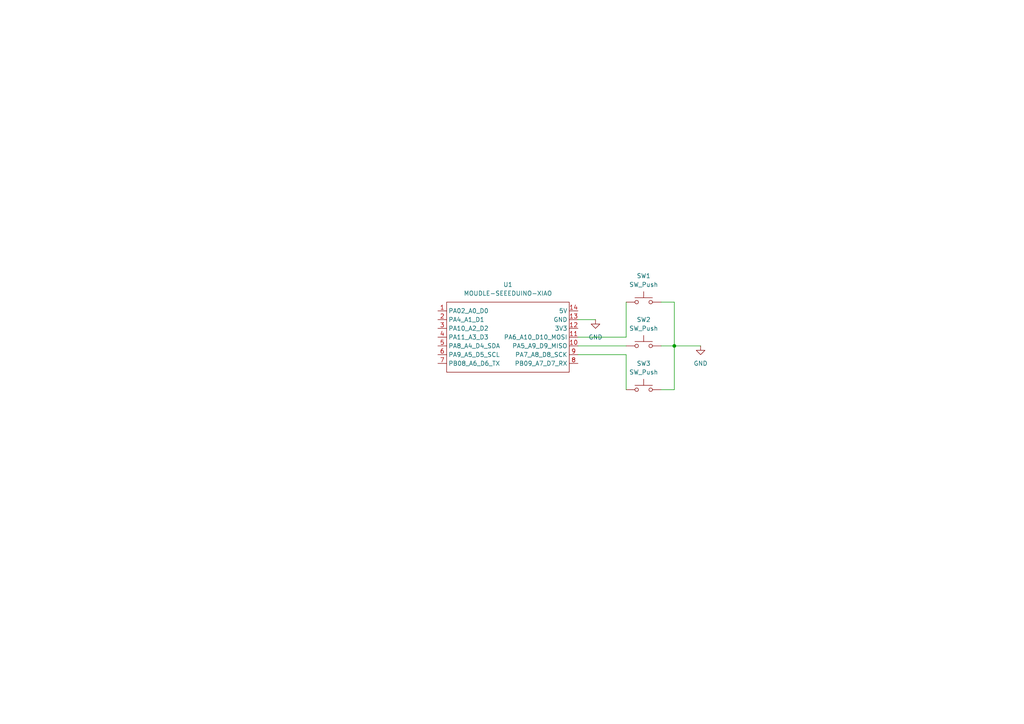
<source format=kicad_sch>
(kicad_sch (version 20231120) (generator "eeschema") (generator_version "8.0")
  (paper "A4")
  (lib_symbols
    (symbol "Switch:SW_Push" (pin_numbers hide) (pin_names (offset 1.016) hide)
      (property "Reference" "SW" (at 1.27 2.54 0))
      (property "Value" "SW_Push" (at 0 -1.524 0))
      (symbol "SW_Push_0_1"
        (circle (center -2.032 0) (radius 0.508))
        (polyline (pts (xy 0 1.27) (xy 0 3.048)))
        (polyline (pts (xy 2.54 1.27) (xy -2.54 1.27)))
        (circle (center 2.032 0) (radius 0.508))
        (pin passive line (at -5.08 0 0) (length 2.54) (name "1") (number "1"))
        (pin passive line (at 5.08 0 180) (length 2.54) (name "2") (number "2"))
      )
    )
    (symbol "XIAO_RP2040:MOUDLE-SEEEDUINO-XIAO"
      (property "Reference" "U" (at -16.51 11.43 0))
      (property "Value" "MOUDLE-SEEEDUINO-XIAO" (at -3.81 -11.43 0))
      (symbol "MOUDLE-SEEEDUINO-XIAO_0_1"
        (rectangle (start -16.51 10.16) (end 19.05 -10.16))
      )
      (symbol "MOUDLE-SEEEDUINO-XIAO_1_1"
        (pin passive line (at -19.05 7.62 0) (length 2.54) (name "PA02_A0_D0") (number "1"))
        (pin passive line (at 21.59 -2.54 180) (length 2.54) (name "PA5_A9_D9_MISO") (number "10"))
        (pin passive line (at 21.59 0 180) (length 2.54) (name "PA6_A10_D10_MOSI") (number "11"))
        (pin passive line (at 21.59 2.54 180) (length 2.54) (name "3V3") (number "12"))
        (pin passive line (at 21.59 5.08 180) (length 2.54) (name "GND") (number "13"))
        (pin passive line (at 21.59 7.62 180) (length 2.54) (name "5V") (number "14"))
        (pin passive line (at -19.05 5.08 0) (length 2.54) (name "PA4_A1_D1") (number "2"))
        (pin passive line (at -19.05 2.54 0) (length 2.54) (name "PA10_A2_D2") (number "3"))
        (pin passive line (at -19.05 0 0) (length 2.54) (name "PA11_A3_D3") (number "4"))
        (pin passive line (at -19.05 -2.54 0) (length 2.54) (name "PA8_A4_D4_SDA") (number "5"))
        (pin passive line (at -19.05 -5.08 0) (length 2.54) (name "PA9_A5_D5_SCL") (number "6"))
        (pin passive line (at -19.05 -7.62 0) (length 2.54) (name "PB08_A6_D6_TX") (number "7"))
        (pin passive line (at 21.59 -7.62 180) (length 2.54) (name "PB09_A7_D7_RX") (number "8"))
        (pin passive line (at 21.59 -5.08 180) (length 2.54) (name "PA7_A8_D8_SCK") (number "9"))
      )
    )
    (symbol "power:GND" (power) (pin_numbers hide) (pin_names (offset 0) hide)
      (property "Value" "GND" (at 0 -3.81 0))
      (symbol "GND_0_1"
        (polyline (pts (xy 0 0) (xy 0 -1.27) (xy 1.27 -1.27) (xy 0 -2.54) (xy -1.27 -1.27) (xy 0 -1.27)))
      )
      (symbol "GND_1_1"
        (pin power_in line (at 0 0 270) (length 0) (name "~") (number "1"))
      )
    )
  )
  (junction (at 195.58 100.33))
  (wire (pts (xy 195.58 100.33) (xy 191.77 100.33)))
  (wire (pts (xy 191.77 87.63) (xy 195.58 87.63)))
  (wire (pts (xy 195.58 87.63) (xy 195.58 100.33)))
  (wire (pts (xy 181.61 102.87) (xy 167.64 102.87)))
  (wire (pts (xy 195.58 100.33) (xy 203.2 100.33)))
  (wire (pts (xy 181.61 100.33) (xy 167.64 100.33)))
  (wire (pts (xy 195.58 113.03) (xy 191.77 113.03)))
  (wire (pts (xy 167.64 97.79) (xy 181.61 97.79)))
  (wire (pts (xy 181.61 113.03) (xy 181.61 102.87)))
  (wire (pts (xy 167.64 92.71) (xy 172.72 92.71)))
  (wire (pts (xy 195.58 100.33) (xy 195.58 113.03)))
  (wire (pts (xy 181.61 97.79) (xy 181.61 87.63)))
  (symbol (lib_id "power:GND") (at 172.72 92.71 0) (unit 1)
    (property "Reference" "#PWR02" (effects (hide yes)))
    (property "Value" "GND" (at 172.72 97.79 0))
    (property "Description" "Power symbol creates a global label with name \"GND\" , ground" (effects (hide yes)))
  )
  (symbol (lib_id "Switch:SW_Push") (at 186.69 87.63 0) (unit 1)
    (property "Reference" "SW1" (at 186.69 80.01 0))
    (property "Value" "SW_Push" (at 186.69 82.55 0))
    (property "Footprint" "Button_Switch_Keyboard:SW_Cherry_MX_1.00u_PCB" (effects (hide yes)))
    (property "Description" "Push button switch, generic, two pins" (effects (hide yes)))
  )
  (symbol (lib_id "XIAO_RP2040:MOUDLE-SEEEDUINO-XIAO") (at 146.05 97.79 0) (unit 1)
    (property "Reference" "U1" (at 147.32 82.55 0))
    (property "Value" "MOUDLE-SEEEDUINO-XIAO" (at 147.32 85.09 0))
    (property "Footprint" "footprints:XIAO-Generic-Hybrid-14P-2.54-21X17.8MM" (effects (hide yes)))
  )
  (symbol (lib_id "Switch:SW_Push") (at 186.69 100.33 0) (unit 1)
    (property "Reference" "SW2" (at 186.69 92.71 0))
    (property "Value" "SW_Push" (at 186.69 95.25 0))
    (property "Footprint" "Button_Switch_Keyboard:SW_Cherry_MX_1.00u_PCB" (effects (hide yes)))
    (property "Description" "Push button switch, generic, two pins" (effects (hide yes)))
  )
  (symbol (lib_id "Switch:SW_Push") (at 186.69 113.03 0) (unit 1)
    (property "Reference" "SW3" (at 186.69 105.41 0))
    (property "Value" "SW_Push" (at 186.69 107.95 0))
    (property "Footprint" "Button_Switch_Keyboard:SW_Cherry_MX_1.00u_PCB" (effects (hide yes)))
    (property "Description" "Push button switch, generic, two pins" (effects (hide yes)))
  )
  (symbol (lib_id "power:GND") (at 203.2 100.33 0) (unit 1)
    (property "Reference" "#PWR01" (effects (hide yes)))
    (property "Value" "GND" (at 203.2 105.41 0))
    (property "Description" "Power symbol creates a global label with name \"GND\" , ground" (effects (hide yes)))
  )
)
</source>
